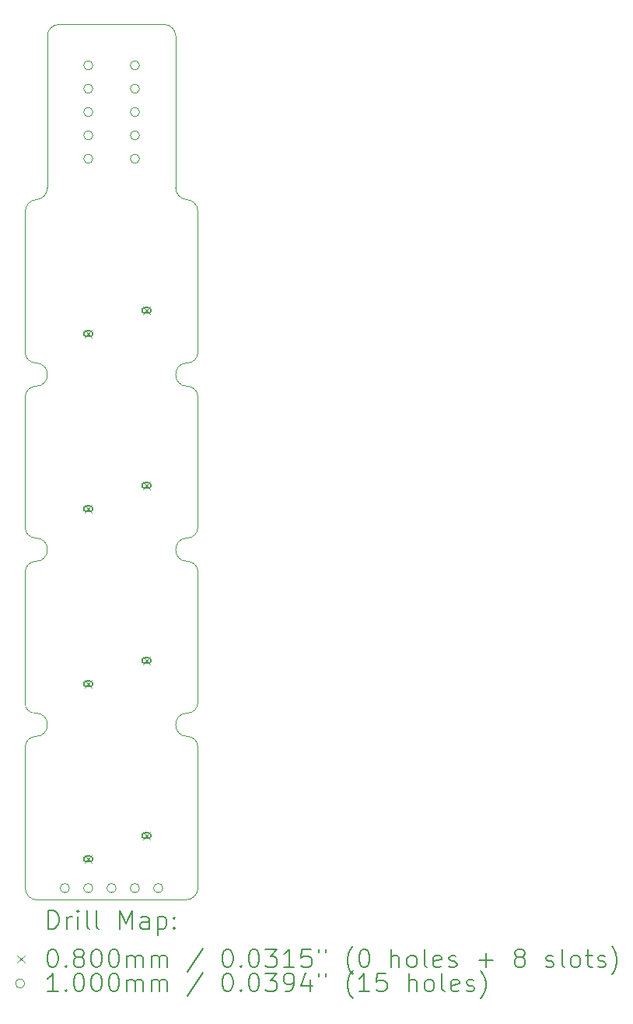
<source format=gbr>
%FSLAX45Y45*%
G04 Gerber Fmt 4.5, Leading zero omitted, Abs format (unit mm)*
G04 Created by KiCad (PCBNEW (6.0.4-0)) date 2022-03-28 13:48:54*
%MOMM*%
%LPD*%
G01*
G04 APERTURE LIST*
%TA.AperFunction,Profile*%
%ADD10C,0.100000*%
%TD*%
%ADD11C,0.200000*%
%ADD12C,0.080000*%
%ADD13C,0.100000*%
G04 APERTURE END LIST*
D10*
X11099795Y-10985499D02*
G75*
G03*
X10985500Y-10858500I-114295J12069D01*
G01*
X9334500Y-12763500D02*
G75*
G03*
X9334500Y-12509500I0J127000D01*
G01*
X11099800Y-10490200D02*
X11099800Y-9067800D01*
X9220200Y-14414500D02*
G75*
G03*
X9347200Y-14541500I127000J0D01*
G01*
X11099800Y-8585200D02*
X11098897Y-7048500D01*
X10985500Y-10604500D02*
G75*
G03*
X10985500Y-10858500I0J-127000D01*
G01*
X9220200Y-8585200D02*
G75*
G03*
X9334500Y-8699500I114300J0D01*
G01*
X11098900Y-7048500D02*
G75*
G03*
X10971897Y-6921500I-127000J0D01*
G01*
X9334500Y-10858500D02*
G75*
G03*
X9220200Y-10972800I0J-114300D01*
G01*
X9334500Y-8953500D02*
G75*
G03*
X9220200Y-9067800I0J-114300D01*
G01*
X10858504Y-6794500D02*
G75*
G03*
X10971897Y-6921500I127816J0D01*
G01*
X10731500Y-5016500D02*
X9588500Y-5016500D01*
X10985500Y-8699500D02*
G75*
G03*
X11099800Y-8585200I0J114300D01*
G01*
X9220200Y-12395200D02*
G75*
G03*
X9334500Y-12509500I103390J-10910D01*
G01*
X10985500Y-10604500D02*
G75*
G03*
X11099800Y-10490200I0J114300D01*
G01*
X11099800Y-12395200D02*
X11099800Y-10985500D01*
X10985500Y-12509500D02*
G75*
G03*
X10985500Y-12763500I0J-127000D01*
G01*
X9334500Y-10858500D02*
G75*
G03*
X9334500Y-10604500I0J127000D01*
G01*
X11099800Y-9067800D02*
G75*
G03*
X10985500Y-8953500I-114300J0D01*
G01*
X10858500Y-5143500D02*
G75*
G03*
X10731500Y-5016500I-127000J0D01*
G01*
X9588500Y-5016500D02*
G75*
G03*
X9461500Y-5143500I0J-127000D01*
G01*
X9220200Y-9067800D02*
X9220200Y-10490200D01*
X9348103Y-6922407D02*
G75*
G03*
X9220200Y-7048500I-3J-127913D01*
G01*
X9334500Y-12763500D02*
G75*
G03*
X9220200Y-12877800I0J-114300D01*
G01*
X9220200Y-10972800D02*
X9220200Y-12395200D01*
X10971897Y-14541493D02*
G75*
G03*
X11099800Y-14414500I3J127903D01*
G01*
X9348103Y-6922402D02*
G75*
G03*
X9461500Y-6794500I-15433J127902D01*
G01*
X9220200Y-12877800D02*
X9220200Y-14414500D01*
X11099800Y-12877800D02*
G75*
G03*
X10985500Y-12763500I-114300J0D01*
G01*
X9347200Y-14541500D02*
X10971897Y-14541500D01*
X9220200Y-10490200D02*
G75*
G03*
X9334500Y-10604500I114350J50D01*
G01*
X10985500Y-12509500D02*
G75*
G03*
X11099800Y-12395200I0J114300D01*
G01*
X10985500Y-8699500D02*
G75*
G03*
X10985500Y-8953500I0J-127000D01*
G01*
X9461500Y-5143500D02*
X9461500Y-6794500D01*
X9334500Y-8953500D02*
G75*
G03*
X9334500Y-8699500I0J127000D01*
G01*
X11099800Y-14414500D02*
X11099800Y-12877800D01*
X10858500Y-6794500D02*
X10858500Y-5143500D01*
X9220200Y-7048500D02*
X9220200Y-8585200D01*
D11*
D12*
X9866000Y-8342000D02*
X9946000Y-8422000D01*
X9946000Y-8342000D02*
X9866000Y-8422000D01*
D11*
X9926000Y-8352000D02*
X9886000Y-8352000D01*
X9926000Y-8412000D02*
X9886000Y-8412000D01*
X9886000Y-8352000D02*
G75*
G03*
X9886000Y-8412000I0J-30000D01*
G01*
X9926000Y-8412000D02*
G75*
G03*
X9926000Y-8352000I0J30000D01*
G01*
D12*
X9866000Y-10247000D02*
X9946000Y-10327000D01*
X9946000Y-10247000D02*
X9866000Y-10327000D01*
D11*
X9926000Y-10257000D02*
X9886000Y-10257000D01*
X9926000Y-10317000D02*
X9886000Y-10317000D01*
X9886000Y-10257000D02*
G75*
G03*
X9886000Y-10317000I0J-30000D01*
G01*
X9926000Y-10317000D02*
G75*
G03*
X9926000Y-10257000I0J30000D01*
G01*
D12*
X9866000Y-12152000D02*
X9946000Y-12232000D01*
X9946000Y-12152000D02*
X9866000Y-12232000D01*
D11*
X9926000Y-12162000D02*
X9886000Y-12162000D01*
X9926000Y-12222000D02*
X9886000Y-12222000D01*
X9886000Y-12162000D02*
G75*
G03*
X9886000Y-12222000I0J-30000D01*
G01*
X9926000Y-12222000D02*
G75*
G03*
X9926000Y-12162000I0J30000D01*
G01*
D12*
X9866000Y-14057000D02*
X9946000Y-14137000D01*
X9946000Y-14057000D02*
X9866000Y-14137000D01*
D11*
X9926000Y-14067000D02*
X9886000Y-14067000D01*
X9926000Y-14127000D02*
X9886000Y-14127000D01*
X9886000Y-14067000D02*
G75*
G03*
X9886000Y-14127000I0J-30000D01*
G01*
X9926000Y-14127000D02*
G75*
G03*
X9926000Y-14067000I0J30000D01*
G01*
D12*
X10501000Y-8088000D02*
X10581000Y-8168000D01*
X10581000Y-8088000D02*
X10501000Y-8168000D01*
D11*
X10561000Y-8098000D02*
X10521000Y-8098000D01*
X10561000Y-8158000D02*
X10521000Y-8158000D01*
X10521000Y-8098000D02*
G75*
G03*
X10521000Y-8158000I0J-30000D01*
G01*
X10561000Y-8158000D02*
G75*
G03*
X10561000Y-8098000I0J30000D01*
G01*
D12*
X10501000Y-9993000D02*
X10581000Y-10073000D01*
X10581000Y-9993000D02*
X10501000Y-10073000D01*
D11*
X10561000Y-10003000D02*
X10521000Y-10003000D01*
X10561000Y-10063000D02*
X10521000Y-10063000D01*
X10521000Y-10003000D02*
G75*
G03*
X10521000Y-10063000I0J-30000D01*
G01*
X10561000Y-10063000D02*
G75*
G03*
X10561000Y-10003000I0J30000D01*
G01*
D12*
X10501000Y-11898000D02*
X10581000Y-11978000D01*
X10581000Y-11898000D02*
X10501000Y-11978000D01*
D11*
X10561000Y-11908000D02*
X10521000Y-11908000D01*
X10561000Y-11968000D02*
X10521000Y-11968000D01*
X10521000Y-11908000D02*
G75*
G03*
X10521000Y-11968000I0J-30000D01*
G01*
X10561000Y-11968000D02*
G75*
G03*
X10561000Y-11908000I0J30000D01*
G01*
D12*
X10501000Y-13803000D02*
X10581000Y-13883000D01*
X10581000Y-13803000D02*
X10501000Y-13883000D01*
D11*
X10561000Y-13813000D02*
X10521000Y-13813000D01*
X10561000Y-13873000D02*
X10521000Y-13873000D01*
X10521000Y-13813000D02*
G75*
G03*
X10521000Y-13873000I0J-30000D01*
G01*
X10561000Y-13873000D02*
G75*
G03*
X10561000Y-13813000I0J30000D01*
G01*
D13*
X9702000Y-14414500D02*
G75*
G03*
X9702000Y-14414500I-50000J0D01*
G01*
X9956000Y-5461000D02*
G75*
G03*
X9956000Y-5461000I-50000J0D01*
G01*
X9956000Y-5715000D02*
G75*
G03*
X9956000Y-5715000I-50000J0D01*
G01*
X9956000Y-5969000D02*
G75*
G03*
X9956000Y-5969000I-50000J0D01*
G01*
X9956000Y-6223000D02*
G75*
G03*
X9956000Y-6223000I-50000J0D01*
G01*
X9956000Y-6477000D02*
G75*
G03*
X9956000Y-6477000I-50000J0D01*
G01*
X9956000Y-14414500D02*
G75*
G03*
X9956000Y-14414500I-50000J0D01*
G01*
X10210000Y-14414500D02*
G75*
G03*
X10210000Y-14414500I-50000J0D01*
G01*
X10464000Y-5461000D02*
G75*
G03*
X10464000Y-5461000I-50000J0D01*
G01*
X10464000Y-5715000D02*
G75*
G03*
X10464000Y-5715000I-50000J0D01*
G01*
X10464000Y-5969000D02*
G75*
G03*
X10464000Y-5969000I-50000J0D01*
G01*
X10464000Y-6223000D02*
G75*
G03*
X10464000Y-6223000I-50000J0D01*
G01*
X10464000Y-6477000D02*
G75*
G03*
X10464000Y-6477000I-50000J0D01*
G01*
X10464000Y-14414500D02*
G75*
G03*
X10464000Y-14414500I-50000J0D01*
G01*
X10718000Y-14414500D02*
G75*
G03*
X10718000Y-14414500I-50000J0D01*
G01*
D11*
X9472245Y-14856976D02*
X9472245Y-14656976D01*
X9519864Y-14656976D01*
X9548436Y-14666500D01*
X9567483Y-14685548D01*
X9577007Y-14704595D01*
X9586531Y-14742690D01*
X9586531Y-14771262D01*
X9577007Y-14809357D01*
X9567483Y-14828405D01*
X9548436Y-14847452D01*
X9519864Y-14856976D01*
X9472245Y-14856976D01*
X9672245Y-14856976D02*
X9672245Y-14723643D01*
X9672245Y-14761738D02*
X9681769Y-14742690D01*
X9691293Y-14733167D01*
X9710340Y-14723643D01*
X9729388Y-14723643D01*
X9796055Y-14856976D02*
X9796055Y-14723643D01*
X9796055Y-14656976D02*
X9786531Y-14666500D01*
X9796055Y-14676024D01*
X9805578Y-14666500D01*
X9796055Y-14656976D01*
X9796055Y-14676024D01*
X9919864Y-14856976D02*
X9900816Y-14847452D01*
X9891293Y-14828405D01*
X9891293Y-14656976D01*
X10024626Y-14856976D02*
X10005578Y-14847452D01*
X9996055Y-14828405D01*
X9996055Y-14656976D01*
X10253197Y-14856976D02*
X10253197Y-14656976D01*
X10319864Y-14799833D01*
X10386531Y-14656976D01*
X10386531Y-14856976D01*
X10567483Y-14856976D02*
X10567483Y-14752214D01*
X10557959Y-14733167D01*
X10538912Y-14723643D01*
X10500816Y-14723643D01*
X10481769Y-14733167D01*
X10567483Y-14847452D02*
X10548436Y-14856976D01*
X10500816Y-14856976D01*
X10481769Y-14847452D01*
X10472245Y-14828405D01*
X10472245Y-14809357D01*
X10481769Y-14790309D01*
X10500816Y-14780786D01*
X10548436Y-14780786D01*
X10567483Y-14771262D01*
X10662721Y-14723643D02*
X10662721Y-14923643D01*
X10662721Y-14733167D02*
X10681769Y-14723643D01*
X10719864Y-14723643D01*
X10738912Y-14733167D01*
X10748436Y-14742690D01*
X10757959Y-14761738D01*
X10757959Y-14818881D01*
X10748436Y-14837928D01*
X10738912Y-14847452D01*
X10719864Y-14856976D01*
X10681769Y-14856976D01*
X10662721Y-14847452D01*
X10843674Y-14837928D02*
X10853197Y-14847452D01*
X10843674Y-14856976D01*
X10834150Y-14847452D01*
X10843674Y-14837928D01*
X10843674Y-14856976D01*
X10843674Y-14733167D02*
X10853197Y-14742690D01*
X10843674Y-14752214D01*
X10834150Y-14742690D01*
X10843674Y-14733167D01*
X10843674Y-14752214D01*
D12*
X9134626Y-15146500D02*
X9214626Y-15226500D01*
X9214626Y-15146500D02*
X9134626Y-15226500D01*
D11*
X9510340Y-15076976D02*
X9529388Y-15076976D01*
X9548436Y-15086500D01*
X9557959Y-15096024D01*
X9567483Y-15115071D01*
X9577007Y-15153167D01*
X9577007Y-15200786D01*
X9567483Y-15238881D01*
X9557959Y-15257928D01*
X9548436Y-15267452D01*
X9529388Y-15276976D01*
X9510340Y-15276976D01*
X9491293Y-15267452D01*
X9481769Y-15257928D01*
X9472245Y-15238881D01*
X9462721Y-15200786D01*
X9462721Y-15153167D01*
X9472245Y-15115071D01*
X9481769Y-15096024D01*
X9491293Y-15086500D01*
X9510340Y-15076976D01*
X9662721Y-15257928D02*
X9672245Y-15267452D01*
X9662721Y-15276976D01*
X9653197Y-15267452D01*
X9662721Y-15257928D01*
X9662721Y-15276976D01*
X9786531Y-15162690D02*
X9767483Y-15153167D01*
X9757959Y-15143643D01*
X9748436Y-15124595D01*
X9748436Y-15115071D01*
X9757959Y-15096024D01*
X9767483Y-15086500D01*
X9786531Y-15076976D01*
X9824626Y-15076976D01*
X9843674Y-15086500D01*
X9853197Y-15096024D01*
X9862721Y-15115071D01*
X9862721Y-15124595D01*
X9853197Y-15143643D01*
X9843674Y-15153167D01*
X9824626Y-15162690D01*
X9786531Y-15162690D01*
X9767483Y-15172214D01*
X9757959Y-15181738D01*
X9748436Y-15200786D01*
X9748436Y-15238881D01*
X9757959Y-15257928D01*
X9767483Y-15267452D01*
X9786531Y-15276976D01*
X9824626Y-15276976D01*
X9843674Y-15267452D01*
X9853197Y-15257928D01*
X9862721Y-15238881D01*
X9862721Y-15200786D01*
X9853197Y-15181738D01*
X9843674Y-15172214D01*
X9824626Y-15162690D01*
X9986531Y-15076976D02*
X10005578Y-15076976D01*
X10024626Y-15086500D01*
X10034150Y-15096024D01*
X10043674Y-15115071D01*
X10053197Y-15153167D01*
X10053197Y-15200786D01*
X10043674Y-15238881D01*
X10034150Y-15257928D01*
X10024626Y-15267452D01*
X10005578Y-15276976D01*
X9986531Y-15276976D01*
X9967483Y-15267452D01*
X9957959Y-15257928D01*
X9948436Y-15238881D01*
X9938912Y-15200786D01*
X9938912Y-15153167D01*
X9948436Y-15115071D01*
X9957959Y-15096024D01*
X9967483Y-15086500D01*
X9986531Y-15076976D01*
X10177007Y-15076976D02*
X10196055Y-15076976D01*
X10215102Y-15086500D01*
X10224626Y-15096024D01*
X10234150Y-15115071D01*
X10243674Y-15153167D01*
X10243674Y-15200786D01*
X10234150Y-15238881D01*
X10224626Y-15257928D01*
X10215102Y-15267452D01*
X10196055Y-15276976D01*
X10177007Y-15276976D01*
X10157959Y-15267452D01*
X10148436Y-15257928D01*
X10138912Y-15238881D01*
X10129388Y-15200786D01*
X10129388Y-15153167D01*
X10138912Y-15115071D01*
X10148436Y-15096024D01*
X10157959Y-15086500D01*
X10177007Y-15076976D01*
X10329388Y-15276976D02*
X10329388Y-15143643D01*
X10329388Y-15162690D02*
X10338912Y-15153167D01*
X10357959Y-15143643D01*
X10386531Y-15143643D01*
X10405578Y-15153167D01*
X10415102Y-15172214D01*
X10415102Y-15276976D01*
X10415102Y-15172214D02*
X10424626Y-15153167D01*
X10443674Y-15143643D01*
X10472245Y-15143643D01*
X10491293Y-15153167D01*
X10500816Y-15172214D01*
X10500816Y-15276976D01*
X10596055Y-15276976D02*
X10596055Y-15143643D01*
X10596055Y-15162690D02*
X10605578Y-15153167D01*
X10624626Y-15143643D01*
X10653197Y-15143643D01*
X10672245Y-15153167D01*
X10681769Y-15172214D01*
X10681769Y-15276976D01*
X10681769Y-15172214D02*
X10691293Y-15153167D01*
X10710340Y-15143643D01*
X10738912Y-15143643D01*
X10757959Y-15153167D01*
X10767483Y-15172214D01*
X10767483Y-15276976D01*
X11157959Y-15067452D02*
X10986531Y-15324595D01*
X11415102Y-15076976D02*
X11434150Y-15076976D01*
X11453197Y-15086500D01*
X11462721Y-15096024D01*
X11472245Y-15115071D01*
X11481769Y-15153167D01*
X11481769Y-15200786D01*
X11472245Y-15238881D01*
X11462721Y-15257928D01*
X11453197Y-15267452D01*
X11434150Y-15276976D01*
X11415102Y-15276976D01*
X11396054Y-15267452D01*
X11386531Y-15257928D01*
X11377007Y-15238881D01*
X11367483Y-15200786D01*
X11367483Y-15153167D01*
X11377007Y-15115071D01*
X11386531Y-15096024D01*
X11396054Y-15086500D01*
X11415102Y-15076976D01*
X11567483Y-15257928D02*
X11577007Y-15267452D01*
X11567483Y-15276976D01*
X11557959Y-15267452D01*
X11567483Y-15257928D01*
X11567483Y-15276976D01*
X11700816Y-15076976D02*
X11719864Y-15076976D01*
X11738912Y-15086500D01*
X11748435Y-15096024D01*
X11757959Y-15115071D01*
X11767483Y-15153167D01*
X11767483Y-15200786D01*
X11757959Y-15238881D01*
X11748435Y-15257928D01*
X11738912Y-15267452D01*
X11719864Y-15276976D01*
X11700816Y-15276976D01*
X11681769Y-15267452D01*
X11672245Y-15257928D01*
X11662721Y-15238881D01*
X11653197Y-15200786D01*
X11653197Y-15153167D01*
X11662721Y-15115071D01*
X11672245Y-15096024D01*
X11681769Y-15086500D01*
X11700816Y-15076976D01*
X11834150Y-15076976D02*
X11957959Y-15076976D01*
X11891293Y-15153167D01*
X11919864Y-15153167D01*
X11938912Y-15162690D01*
X11948435Y-15172214D01*
X11957959Y-15191262D01*
X11957959Y-15238881D01*
X11948435Y-15257928D01*
X11938912Y-15267452D01*
X11919864Y-15276976D01*
X11862721Y-15276976D01*
X11843674Y-15267452D01*
X11834150Y-15257928D01*
X12148435Y-15276976D02*
X12034150Y-15276976D01*
X12091293Y-15276976D02*
X12091293Y-15076976D01*
X12072245Y-15105548D01*
X12053197Y-15124595D01*
X12034150Y-15134119D01*
X12329388Y-15076976D02*
X12234150Y-15076976D01*
X12224626Y-15172214D01*
X12234150Y-15162690D01*
X12253197Y-15153167D01*
X12300816Y-15153167D01*
X12319864Y-15162690D01*
X12329388Y-15172214D01*
X12338912Y-15191262D01*
X12338912Y-15238881D01*
X12329388Y-15257928D01*
X12319864Y-15267452D01*
X12300816Y-15276976D01*
X12253197Y-15276976D01*
X12234150Y-15267452D01*
X12224626Y-15257928D01*
X12415102Y-15076976D02*
X12415102Y-15115071D01*
X12491293Y-15076976D02*
X12491293Y-15115071D01*
X12786531Y-15353167D02*
X12777007Y-15343643D01*
X12757959Y-15315071D01*
X12748435Y-15296024D01*
X12738912Y-15267452D01*
X12729388Y-15219833D01*
X12729388Y-15181738D01*
X12738912Y-15134119D01*
X12748435Y-15105548D01*
X12757959Y-15086500D01*
X12777007Y-15057928D01*
X12786531Y-15048405D01*
X12900816Y-15076976D02*
X12919864Y-15076976D01*
X12938912Y-15086500D01*
X12948435Y-15096024D01*
X12957959Y-15115071D01*
X12967483Y-15153167D01*
X12967483Y-15200786D01*
X12957959Y-15238881D01*
X12948435Y-15257928D01*
X12938912Y-15267452D01*
X12919864Y-15276976D01*
X12900816Y-15276976D01*
X12881769Y-15267452D01*
X12872245Y-15257928D01*
X12862721Y-15238881D01*
X12853197Y-15200786D01*
X12853197Y-15153167D01*
X12862721Y-15115071D01*
X12872245Y-15096024D01*
X12881769Y-15086500D01*
X12900816Y-15076976D01*
X13205578Y-15276976D02*
X13205578Y-15076976D01*
X13291293Y-15276976D02*
X13291293Y-15172214D01*
X13281769Y-15153167D01*
X13262721Y-15143643D01*
X13234150Y-15143643D01*
X13215102Y-15153167D01*
X13205578Y-15162690D01*
X13415102Y-15276976D02*
X13396054Y-15267452D01*
X13386531Y-15257928D01*
X13377007Y-15238881D01*
X13377007Y-15181738D01*
X13386531Y-15162690D01*
X13396054Y-15153167D01*
X13415102Y-15143643D01*
X13443674Y-15143643D01*
X13462721Y-15153167D01*
X13472245Y-15162690D01*
X13481769Y-15181738D01*
X13481769Y-15238881D01*
X13472245Y-15257928D01*
X13462721Y-15267452D01*
X13443674Y-15276976D01*
X13415102Y-15276976D01*
X13596054Y-15276976D02*
X13577007Y-15267452D01*
X13567483Y-15248405D01*
X13567483Y-15076976D01*
X13748435Y-15267452D02*
X13729388Y-15276976D01*
X13691293Y-15276976D01*
X13672245Y-15267452D01*
X13662721Y-15248405D01*
X13662721Y-15172214D01*
X13672245Y-15153167D01*
X13691293Y-15143643D01*
X13729388Y-15143643D01*
X13748435Y-15153167D01*
X13757959Y-15172214D01*
X13757959Y-15191262D01*
X13662721Y-15210309D01*
X13834150Y-15267452D02*
X13853197Y-15276976D01*
X13891293Y-15276976D01*
X13910340Y-15267452D01*
X13919864Y-15248405D01*
X13919864Y-15238881D01*
X13910340Y-15219833D01*
X13891293Y-15210309D01*
X13862721Y-15210309D01*
X13843674Y-15200786D01*
X13834150Y-15181738D01*
X13834150Y-15172214D01*
X13843674Y-15153167D01*
X13862721Y-15143643D01*
X13891293Y-15143643D01*
X13910340Y-15153167D01*
X14157959Y-15200786D02*
X14310340Y-15200786D01*
X14234150Y-15276976D02*
X14234150Y-15124595D01*
X14586531Y-15162690D02*
X14567483Y-15153167D01*
X14557959Y-15143643D01*
X14548435Y-15124595D01*
X14548435Y-15115071D01*
X14557959Y-15096024D01*
X14567483Y-15086500D01*
X14586531Y-15076976D01*
X14624626Y-15076976D01*
X14643674Y-15086500D01*
X14653197Y-15096024D01*
X14662721Y-15115071D01*
X14662721Y-15124595D01*
X14653197Y-15143643D01*
X14643674Y-15153167D01*
X14624626Y-15162690D01*
X14586531Y-15162690D01*
X14567483Y-15172214D01*
X14557959Y-15181738D01*
X14548435Y-15200786D01*
X14548435Y-15238881D01*
X14557959Y-15257928D01*
X14567483Y-15267452D01*
X14586531Y-15276976D01*
X14624626Y-15276976D01*
X14643674Y-15267452D01*
X14653197Y-15257928D01*
X14662721Y-15238881D01*
X14662721Y-15200786D01*
X14653197Y-15181738D01*
X14643674Y-15172214D01*
X14624626Y-15162690D01*
X14891293Y-15267452D02*
X14910340Y-15276976D01*
X14948435Y-15276976D01*
X14967483Y-15267452D01*
X14977007Y-15248405D01*
X14977007Y-15238881D01*
X14967483Y-15219833D01*
X14948435Y-15210309D01*
X14919864Y-15210309D01*
X14900816Y-15200786D01*
X14891293Y-15181738D01*
X14891293Y-15172214D01*
X14900816Y-15153167D01*
X14919864Y-15143643D01*
X14948435Y-15143643D01*
X14967483Y-15153167D01*
X15091293Y-15276976D02*
X15072245Y-15267452D01*
X15062721Y-15248405D01*
X15062721Y-15076976D01*
X15196054Y-15276976D02*
X15177007Y-15267452D01*
X15167483Y-15257928D01*
X15157959Y-15238881D01*
X15157959Y-15181738D01*
X15167483Y-15162690D01*
X15177007Y-15153167D01*
X15196054Y-15143643D01*
X15224626Y-15143643D01*
X15243674Y-15153167D01*
X15253197Y-15162690D01*
X15262721Y-15181738D01*
X15262721Y-15238881D01*
X15253197Y-15257928D01*
X15243674Y-15267452D01*
X15224626Y-15276976D01*
X15196054Y-15276976D01*
X15319864Y-15143643D02*
X15396054Y-15143643D01*
X15348435Y-15076976D02*
X15348435Y-15248405D01*
X15357959Y-15267452D01*
X15377007Y-15276976D01*
X15396054Y-15276976D01*
X15453197Y-15267452D02*
X15472245Y-15276976D01*
X15510340Y-15276976D01*
X15529388Y-15267452D01*
X15538912Y-15248405D01*
X15538912Y-15238881D01*
X15529388Y-15219833D01*
X15510340Y-15210309D01*
X15481769Y-15210309D01*
X15462721Y-15200786D01*
X15453197Y-15181738D01*
X15453197Y-15172214D01*
X15462721Y-15153167D01*
X15481769Y-15143643D01*
X15510340Y-15143643D01*
X15529388Y-15153167D01*
X15605578Y-15353167D02*
X15615102Y-15343643D01*
X15634150Y-15315071D01*
X15643674Y-15296024D01*
X15653197Y-15267452D01*
X15662721Y-15219833D01*
X15662721Y-15181738D01*
X15653197Y-15134119D01*
X15643674Y-15105548D01*
X15634150Y-15086500D01*
X15615102Y-15057928D01*
X15605578Y-15048405D01*
D13*
X9214626Y-15450500D02*
G75*
G03*
X9214626Y-15450500I-50000J0D01*
G01*
D11*
X9577007Y-15540976D02*
X9462721Y-15540976D01*
X9519864Y-15540976D02*
X9519864Y-15340976D01*
X9500816Y-15369548D01*
X9481769Y-15388595D01*
X9462721Y-15398119D01*
X9662721Y-15521928D02*
X9672245Y-15531452D01*
X9662721Y-15540976D01*
X9653197Y-15531452D01*
X9662721Y-15521928D01*
X9662721Y-15540976D01*
X9796055Y-15340976D02*
X9815102Y-15340976D01*
X9834150Y-15350500D01*
X9843674Y-15360024D01*
X9853197Y-15379071D01*
X9862721Y-15417167D01*
X9862721Y-15464786D01*
X9853197Y-15502881D01*
X9843674Y-15521928D01*
X9834150Y-15531452D01*
X9815102Y-15540976D01*
X9796055Y-15540976D01*
X9777007Y-15531452D01*
X9767483Y-15521928D01*
X9757959Y-15502881D01*
X9748436Y-15464786D01*
X9748436Y-15417167D01*
X9757959Y-15379071D01*
X9767483Y-15360024D01*
X9777007Y-15350500D01*
X9796055Y-15340976D01*
X9986531Y-15340976D02*
X10005578Y-15340976D01*
X10024626Y-15350500D01*
X10034150Y-15360024D01*
X10043674Y-15379071D01*
X10053197Y-15417167D01*
X10053197Y-15464786D01*
X10043674Y-15502881D01*
X10034150Y-15521928D01*
X10024626Y-15531452D01*
X10005578Y-15540976D01*
X9986531Y-15540976D01*
X9967483Y-15531452D01*
X9957959Y-15521928D01*
X9948436Y-15502881D01*
X9938912Y-15464786D01*
X9938912Y-15417167D01*
X9948436Y-15379071D01*
X9957959Y-15360024D01*
X9967483Y-15350500D01*
X9986531Y-15340976D01*
X10177007Y-15340976D02*
X10196055Y-15340976D01*
X10215102Y-15350500D01*
X10224626Y-15360024D01*
X10234150Y-15379071D01*
X10243674Y-15417167D01*
X10243674Y-15464786D01*
X10234150Y-15502881D01*
X10224626Y-15521928D01*
X10215102Y-15531452D01*
X10196055Y-15540976D01*
X10177007Y-15540976D01*
X10157959Y-15531452D01*
X10148436Y-15521928D01*
X10138912Y-15502881D01*
X10129388Y-15464786D01*
X10129388Y-15417167D01*
X10138912Y-15379071D01*
X10148436Y-15360024D01*
X10157959Y-15350500D01*
X10177007Y-15340976D01*
X10329388Y-15540976D02*
X10329388Y-15407643D01*
X10329388Y-15426690D02*
X10338912Y-15417167D01*
X10357959Y-15407643D01*
X10386531Y-15407643D01*
X10405578Y-15417167D01*
X10415102Y-15436214D01*
X10415102Y-15540976D01*
X10415102Y-15436214D02*
X10424626Y-15417167D01*
X10443674Y-15407643D01*
X10472245Y-15407643D01*
X10491293Y-15417167D01*
X10500816Y-15436214D01*
X10500816Y-15540976D01*
X10596055Y-15540976D02*
X10596055Y-15407643D01*
X10596055Y-15426690D02*
X10605578Y-15417167D01*
X10624626Y-15407643D01*
X10653197Y-15407643D01*
X10672245Y-15417167D01*
X10681769Y-15436214D01*
X10681769Y-15540976D01*
X10681769Y-15436214D02*
X10691293Y-15417167D01*
X10710340Y-15407643D01*
X10738912Y-15407643D01*
X10757959Y-15417167D01*
X10767483Y-15436214D01*
X10767483Y-15540976D01*
X11157959Y-15331452D02*
X10986531Y-15588595D01*
X11415102Y-15340976D02*
X11434150Y-15340976D01*
X11453197Y-15350500D01*
X11462721Y-15360024D01*
X11472245Y-15379071D01*
X11481769Y-15417167D01*
X11481769Y-15464786D01*
X11472245Y-15502881D01*
X11462721Y-15521928D01*
X11453197Y-15531452D01*
X11434150Y-15540976D01*
X11415102Y-15540976D01*
X11396054Y-15531452D01*
X11386531Y-15521928D01*
X11377007Y-15502881D01*
X11367483Y-15464786D01*
X11367483Y-15417167D01*
X11377007Y-15379071D01*
X11386531Y-15360024D01*
X11396054Y-15350500D01*
X11415102Y-15340976D01*
X11567483Y-15521928D02*
X11577007Y-15531452D01*
X11567483Y-15540976D01*
X11557959Y-15531452D01*
X11567483Y-15521928D01*
X11567483Y-15540976D01*
X11700816Y-15340976D02*
X11719864Y-15340976D01*
X11738912Y-15350500D01*
X11748435Y-15360024D01*
X11757959Y-15379071D01*
X11767483Y-15417167D01*
X11767483Y-15464786D01*
X11757959Y-15502881D01*
X11748435Y-15521928D01*
X11738912Y-15531452D01*
X11719864Y-15540976D01*
X11700816Y-15540976D01*
X11681769Y-15531452D01*
X11672245Y-15521928D01*
X11662721Y-15502881D01*
X11653197Y-15464786D01*
X11653197Y-15417167D01*
X11662721Y-15379071D01*
X11672245Y-15360024D01*
X11681769Y-15350500D01*
X11700816Y-15340976D01*
X11834150Y-15340976D02*
X11957959Y-15340976D01*
X11891293Y-15417167D01*
X11919864Y-15417167D01*
X11938912Y-15426690D01*
X11948435Y-15436214D01*
X11957959Y-15455262D01*
X11957959Y-15502881D01*
X11948435Y-15521928D01*
X11938912Y-15531452D01*
X11919864Y-15540976D01*
X11862721Y-15540976D01*
X11843674Y-15531452D01*
X11834150Y-15521928D01*
X12053197Y-15540976D02*
X12091293Y-15540976D01*
X12110340Y-15531452D01*
X12119864Y-15521928D01*
X12138912Y-15493357D01*
X12148435Y-15455262D01*
X12148435Y-15379071D01*
X12138912Y-15360024D01*
X12129388Y-15350500D01*
X12110340Y-15340976D01*
X12072245Y-15340976D01*
X12053197Y-15350500D01*
X12043674Y-15360024D01*
X12034150Y-15379071D01*
X12034150Y-15426690D01*
X12043674Y-15445738D01*
X12053197Y-15455262D01*
X12072245Y-15464786D01*
X12110340Y-15464786D01*
X12129388Y-15455262D01*
X12138912Y-15445738D01*
X12148435Y-15426690D01*
X12319864Y-15407643D02*
X12319864Y-15540976D01*
X12272245Y-15331452D02*
X12224626Y-15474309D01*
X12348435Y-15474309D01*
X12415102Y-15340976D02*
X12415102Y-15379071D01*
X12491293Y-15340976D02*
X12491293Y-15379071D01*
X12786531Y-15617167D02*
X12777007Y-15607643D01*
X12757959Y-15579071D01*
X12748435Y-15560024D01*
X12738912Y-15531452D01*
X12729388Y-15483833D01*
X12729388Y-15445738D01*
X12738912Y-15398119D01*
X12748435Y-15369548D01*
X12757959Y-15350500D01*
X12777007Y-15321928D01*
X12786531Y-15312405D01*
X12967483Y-15540976D02*
X12853197Y-15540976D01*
X12910340Y-15540976D02*
X12910340Y-15340976D01*
X12891293Y-15369548D01*
X12872245Y-15388595D01*
X12853197Y-15398119D01*
X13148435Y-15340976D02*
X13053197Y-15340976D01*
X13043674Y-15436214D01*
X13053197Y-15426690D01*
X13072245Y-15417167D01*
X13119864Y-15417167D01*
X13138912Y-15426690D01*
X13148435Y-15436214D01*
X13157959Y-15455262D01*
X13157959Y-15502881D01*
X13148435Y-15521928D01*
X13138912Y-15531452D01*
X13119864Y-15540976D01*
X13072245Y-15540976D01*
X13053197Y-15531452D01*
X13043674Y-15521928D01*
X13396054Y-15540976D02*
X13396054Y-15340976D01*
X13481769Y-15540976D02*
X13481769Y-15436214D01*
X13472245Y-15417167D01*
X13453197Y-15407643D01*
X13424626Y-15407643D01*
X13405578Y-15417167D01*
X13396054Y-15426690D01*
X13605578Y-15540976D02*
X13586531Y-15531452D01*
X13577007Y-15521928D01*
X13567483Y-15502881D01*
X13567483Y-15445738D01*
X13577007Y-15426690D01*
X13586531Y-15417167D01*
X13605578Y-15407643D01*
X13634150Y-15407643D01*
X13653197Y-15417167D01*
X13662721Y-15426690D01*
X13672245Y-15445738D01*
X13672245Y-15502881D01*
X13662721Y-15521928D01*
X13653197Y-15531452D01*
X13634150Y-15540976D01*
X13605578Y-15540976D01*
X13786531Y-15540976D02*
X13767483Y-15531452D01*
X13757959Y-15512405D01*
X13757959Y-15340976D01*
X13938912Y-15531452D02*
X13919864Y-15540976D01*
X13881769Y-15540976D01*
X13862721Y-15531452D01*
X13853197Y-15512405D01*
X13853197Y-15436214D01*
X13862721Y-15417167D01*
X13881769Y-15407643D01*
X13919864Y-15407643D01*
X13938912Y-15417167D01*
X13948435Y-15436214D01*
X13948435Y-15455262D01*
X13853197Y-15474309D01*
X14024626Y-15531452D02*
X14043674Y-15540976D01*
X14081769Y-15540976D01*
X14100816Y-15531452D01*
X14110340Y-15512405D01*
X14110340Y-15502881D01*
X14100816Y-15483833D01*
X14081769Y-15474309D01*
X14053197Y-15474309D01*
X14034150Y-15464786D01*
X14024626Y-15445738D01*
X14024626Y-15436214D01*
X14034150Y-15417167D01*
X14053197Y-15407643D01*
X14081769Y-15407643D01*
X14100816Y-15417167D01*
X14177007Y-15617167D02*
X14186531Y-15607643D01*
X14205578Y-15579071D01*
X14215102Y-15560024D01*
X14224626Y-15531452D01*
X14234150Y-15483833D01*
X14234150Y-15445738D01*
X14224626Y-15398119D01*
X14215102Y-15369548D01*
X14205578Y-15350500D01*
X14186531Y-15321928D01*
X14177007Y-15312405D01*
M02*

</source>
